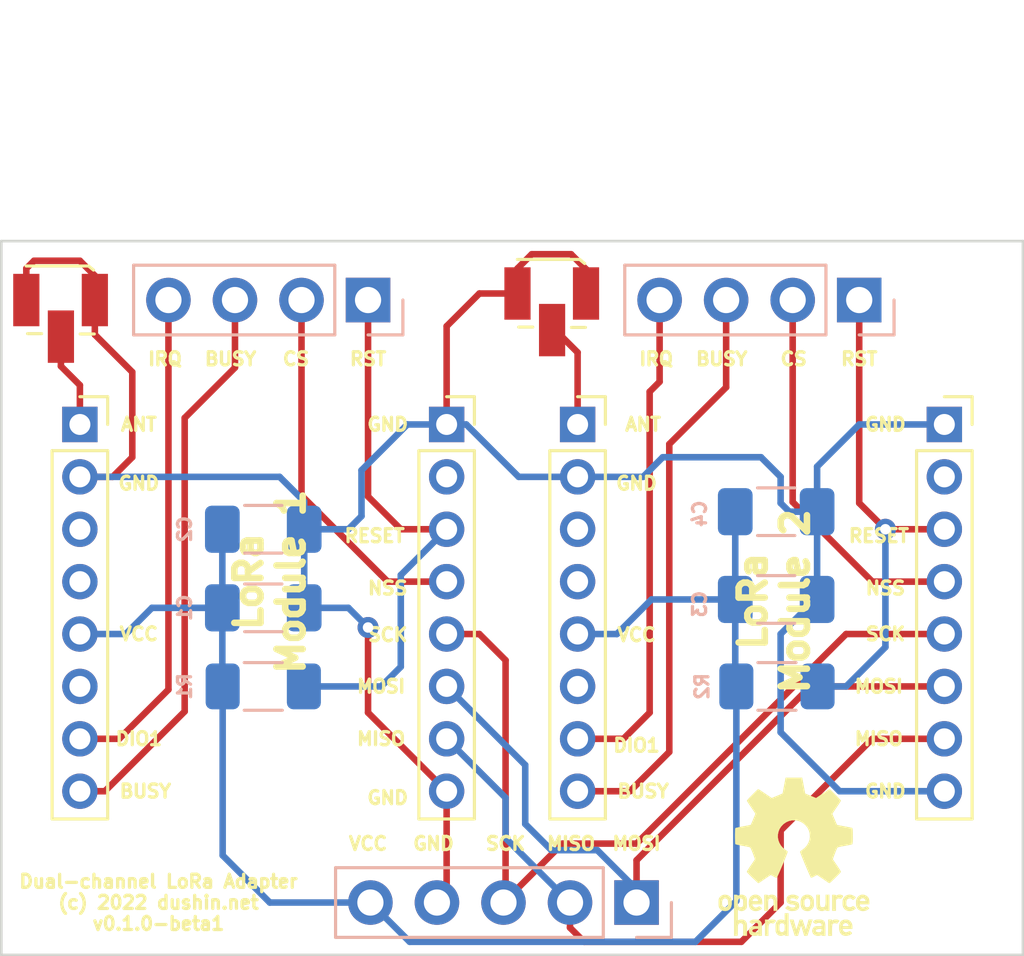
<source format=kicad_pcb>
(kicad_pcb (version 20211014) (generator pcbnew)
  (layers (0 "F.Cu" signal) (31 "B.Cu" signal) (34 "B.Paste" user) (35 "F.Paste" user) (36 "B.SilkS" user "B.Silkscreen") (37 "F.SilkS" user "F.Silkscreen") (38 "B.Mask" user) (39 "F.Mask" user) (44 "Edge.Cuts" user))
  (net 0 "")
  (net 1 "/VCC")
  (net 2 "/GND")
  (net 3 "/ANT1")
  (net 7 "/IRQ1")
  (net 8 "/BUSY1")
  (net 10 "/RESET1")
  (net 11 "/CS1")
  (net 12 "/SCK")
  (net 13 "/MOSI")
  (net 14 "/MISO")
  (net 15 "/ANT2")
  (net 19 "/BUSY2")
  (net 21 "/RESET2")
  (net 22 "/CS2")
  (net 23 "/IRQ2")
  (footprint "Connector_PinSocket_2.00mm:PinSocket_1x08_P2.00mm_Vertical" (layer "F.Cu") (at 142 70)
    (fp_text reference "J5" hide)
    (fp_text value "Conn_01x08_Female" hide)
    (pad "1" thru_hole rect (at 0 0) (size 1.35 1.35) (drill 0.8) (layers *.Cu *.Mask) (net 15 "/ANT2"))
    (pad "2" thru_hole oval (at 0 2) (size 1.35 1.35) (drill 0.8) (layers *.Cu *.Mask) (net 2 "/GND"))
    (pad "3" thru_hole oval (at 0 4) (size 1.35 1.35) (drill 0.8) (layers *.Cu *.Mask))
    (pad "4" thru_hole oval (at 0 6) (size 1.35 1.35) (drill 0.8) (layers *.Cu *.Mask))
    (pad "5" thru_hole oval (at 0 8) (size 1.35 1.35) (drill 0.8) (layers *.Cu *.Mask) (net 1 "/VCC"))
    (pad "6" thru_hole oval (at 0 10) (size 1.35 1.35) (drill 0.8) (layers *.Cu *.Mask))
    (pad "7" thru_hole oval (at 0 12) (size 1.35 1.35) (drill 0.8) (layers *.Cu *.Mask) (net 23 "/IRQ2"))
    (pad "8" thru_hole oval (at 0 14) (size 1.35 1.35) (drill 0.8) (layers *.Cu *.Mask) (net 19 "/BUSY2"))
  )
  (footprint "Connector_PinSocket_2.00mm:PinSocket_1x08_P2.00mm_Vertical" (layer "F.Cu") (at 137 70)
    (fp_text reference "J2" hide)
    (fp_text value "Conn_01x08_Female" hide)
    (pad "1" thru_hole rect (at 0 0) (size 1.35 1.35) (drill 0.8) (layers *.Cu *.Mask) (net 2 "/GND"))
    (pad "2" thru_hole oval (at 0 2) (size 1.35 1.35) (drill 0.8) (layers *.Cu *.Mask))
    (pad "3" thru_hole oval (at 0 4) (size 1.35 1.35) (drill 0.8) (layers *.Cu *.Mask) (net 10 "/RESET1"))
    (pad "4" thru_hole oval (at 0 6) (size 1.35 1.35) (drill 0.8) (layers *.Cu *.Mask) (net 11 "/CS1"))
    (pad "5" thru_hole oval (at 0 8) (size 1.35 1.35) (drill 0.8) (layers *.Cu *.Mask) (net 12 "/SCK"))
    (pad "6" thru_hole oval (at 0 10) (size 1.35 1.35) (drill 0.8) (layers *.Cu *.Mask) (net 13 "/MOSI"))
    (pad "7" thru_hole oval (at 0 12) (size 1.35 1.35) (drill 0.8) (layers *.Cu *.Mask) (net 14 "/MISO"))
    (pad "8" thru_hole oval (at 0 14) (size 1.35 1.35) (drill 0.8) (layers *.Cu *.Mask) (net 2 "/GND"))
  )
  (footprint "Symbol:OSHW-Logo_5.7x6mm_SilkScreen" (layer "F.Cu") (at 150.25 86.5)
    (fp_text reference "REF**" hide)
    (fp_text value "OSHW-Logo_5.7x6mm_SilkScreen" hide)
  )
  (footprint "0xFD:IPEX_Antenna_Connector" (layer "F.Cu") (at 122.25 65.25 180)
    (fp_text reference "J3" hide)
    (fp_text value "Conn_01x02_Female" hide)
    (pad "1" smd rect locked (at 1.2954 0 180) (size 1 2) (layers "F.Cu" "F.Paste" "F.Mask") (net 2 "/GND"))
    (pad "1" smd rect locked (at -1.3208 0 90) (size 2 1) (layers "F.Cu" "F.Paste" "F.Mask") (net 2 "/GND"))
    (pad "2" smd rect locked (at -0.0254 -1.397 90) (size 2 1) (layers "F.Cu" "F.Paste" "F.Mask") (net 3 "/ANT1"))
  )
  (footprint "Connector_PinSocket_2.00mm:PinSocket_1x08_P2.00mm_Vertical" (layer "F.Cu") (at 123 70)
    (fp_text reference "J1" hide)
    (fp_text value "Conn_01x08_Female" hide)
    (pad "1" thru_hole rect (at 0 0) (size 1.35 1.35) (drill 0.8) (layers *.Cu *.Mask) (net 3 "/ANT1"))
    (pad "2" thru_hole oval (at 0 2) (size 1.35 1.35) (drill 0.8) (layers *.Cu *.Mask) (net 2 "/GND"))
    (pad "3" thru_hole oval (at 0 4) (size 1.35 1.35) (drill 0.8) (layers *.Cu *.Mask))
    (pad "4" thru_hole oval (at 0 6) (size 1.35 1.35) (drill 0.8) (layers *.Cu *.Mask))
    (pad "5" thru_hole oval (at 0 8) (size 1.35 1.35) (drill 0.8) (layers *.Cu *.Mask) (net 1 "/VCC"))
    (pad "6" thru_hole oval (at 0 10) (size 1.35 1.35) (drill 0.8) (layers *.Cu *.Mask))
    (pad "7" thru_hole oval (at 0 12) (size 1.35 1.35) (drill 0.8) (layers *.Cu *.Mask) (net 7 "/IRQ1"))
    (pad "8" thru_hole oval (at 0 14) (size 1.35 1.35) (drill 0.8) (layers *.Cu *.Mask) (net 8 "/BUSY1"))
  )
  (footprint "0xFD:IPEX_Antenna_Connector" (layer "F.Cu") (at 141 65 180)
    (fp_text reference "J7" hide)
    (fp_text value "Conn_01x02_Female" hide)
    (pad "1" smd rect locked (at -1.3208 0 90) (size 2 1) (layers "F.Cu" "F.Paste" "F.Mask") (net 2 "/GND"))
    (pad "1" smd rect locked (at 1.2954 0 180) (size 1 2) (layers "F.Cu" "F.Paste" "F.Mask") (net 2 "/GND"))
    (pad "2" smd rect locked (at -0.0254 -1.397 90) (size 2 1) (layers "F.Cu" "F.Paste" "F.Mask") (net 15 "/ANT2"))
  )
  (footprint "Connector_PinSocket_2.00mm:PinSocket_1x08_P2.00mm_Vertical" (layer "F.Cu") (at 156 70)
    (fp_text reference "J6" hide)
    (fp_text value "Conn_01x08_Female" hide)
    (pad "1" thru_hole rect (at 0 0) (size 1.35 1.35) (drill 0.8) (layers *.Cu *.Mask) (net 2 "/GND"))
    (pad "2" thru_hole oval (at 0 2) (size 1.35 1.35) (drill 0.8) (layers *.Cu *.Mask))
    (pad "3" thru_hole oval (at 0 4) (size 1.35 1.35) (drill 0.8) (layers *.Cu *.Mask) (net 21 "/RESET2"))
    (pad "4" thru_hole oval (at 0 6) (size 1.35 1.35) (drill 0.8) (layers *.Cu *.Mask) (net 22 "/CS2"))
    (pad "5" thru_hole oval (at 0 8) (size 1.35 1.35) (drill 0.8) (layers *.Cu *.Mask) (net 12 "/SCK"))
    (pad "6" thru_hole oval (at 0 10) (size 1.35 1.35) (drill 0.8) (layers *.Cu *.Mask) (net 13 "/MOSI"))
    (pad "7" thru_hole oval (at 0 12) (size 1.35 1.35) (drill 0.8) (layers *.Cu *.Mask) (net 14 "/MISO"))
    (pad "8" thru_hole oval (at 0 14) (size 1.35 1.35) (drill 0.8) (layers *.Cu *.Mask) (net 2 "/GND"))
  )
  (footprint "Capacitor_SMD:C_1206_3216Metric_Pad1.33x1.80mm_HandSolder" (layer "B.Cu") (at 149.58 73.33)
    (fp_text reference "C4" (at -2.92 0.08 90) (layer "B.SilkS") (effects (font (size 0.5 0.5) (thickness 0.125)) (justify mirror)))
    (fp_text value "10uF" hide)
    (pad "1" smd roundrect (at -1.5625 0) (size 1.325 1.8) (layers "B.Cu" "B.Paste" "B.Mask") (roundrect_rratio 0.1886792453) (net 1 "/VCC"))
    (pad "2" smd roundrect (at 1.5625 0) (size 1.325 1.8) (layers "B.Cu" "B.Paste" "B.Mask") (roundrect_rratio 0.1886792453) (net 2 "/GND"))
  )
  (footprint "Capacitor_SMD:C_1206_3216Metric_Pad1.33x1.80mm_HandSolder" (layer "B.Cu") (at 149.58 76.68)
    (fp_text reference "C3" (at -2.92 0.18 90) (layer "B.SilkS") (effects (font (size 0.5 0.5) (thickness 0.125)) (justify mirror)))
    (fp_text value "100nF" hide)
    (pad "1" smd roundrect (at -1.5625 0) (size 1.325 1.8) (layers "B.Cu" "B.Paste" "B.Mask") (roundrect_rratio 0.1886792453) (net 1 "/VCC"))
    (pad "2" smd roundrect (at 1.5625 0) (size 1.325 1.8) (layers "B.Cu" "B.Paste" "B.Mask") (roundrect_rratio 0.1886792453) (net 2 "/GND"))
  )
  (footprint "Resistor_SMD:R_1206_3216Metric_Pad1.30x1.75mm_HandSolder" (layer "B.Cu") (at 149.61 80 180)
    (fp_text reference "R2" (at 2.86 0 90) (layer "B.SilkS") (effects (font (size 0.5 0.5) (thickness 0.125)) (justify mirror)))
    (fp_text value "10k" hide)
    (pad "1" smd roundrect (at -1.55 0 180) (size 1.3 1.75) (layers "B.Cu" "B.Paste" "B.Mask") (roundrect_rratio 0.1923076923) (net 21 "/RESET2"))
    (pad "2" smd roundrect (at 1.55 0 180) (size 1.3 1.75) (layers "B.Cu" "B.Paste" "B.Mask") (roundrect_rratio 0.1923076923) (net 1 "/VCC"))
  )
  (footprint "Resistor_SMD:R_1206_3216Metric_Pad1.30x1.75mm_HandSolder" (layer "B.Cu") (at 130 80 180)
    (fp_text reference "R1" (at 3 0 90) (layer "B.SilkS") (effects (font (size 0.5 0.5) (thickness 0.125)) (justify mirror)))
    (fp_text value "10k" hide)
    (pad "1" smd roundrect (at -1.55 0 180) (size 1.3 1.75) (layers "B.Cu" "B.Paste" "B.Mask") (roundrect_rratio 0.1923076923) (net 10 "/RESET1"))
    (pad "2" smd roundrect (at 1.55 0 180) (size 1.3 1.75) (layers "B.Cu" "B.Paste" "B.Mask") (roundrect_rratio 0.1923076923) (net 1 "/VCC"))
  )
  (footprint "Capacitor_SMD:C_1206_3216Metric_Pad1.33x1.80mm_HandSolder" (layer "B.Cu") (at 130 74)
    (fp_text reference "C2" (at -3 0 90) (layer "B.SilkS") (effects (font (size 0.5 0.5) (thickness 0.125)) (justify mirror)))
    (fp_text value "10uF" hide)
    (pad "1" smd roundrect (at -1.5625 0) (size 1.325 1.8) (layers "B.Cu" "B.Paste" "B.Mask") (roundrect_rratio 0.1886792453) (net 1 "/VCC"))
    (pad "2" smd roundrect (at 1.5625 0) (size 1.325 1.8) (layers "B.Cu" "B.Paste" "B.Mask") (roundrect_rratio 0.1886792453) (net 2 "/GND"))
  )
  (footprint "Connector_PinHeader_2.54mm:PinHeader_1x05_P2.54mm_Vertical" (layer "B.Cu") (at 144.25 88.25 90)
    (fp_text reference "J9" hide)
    (fp_text value "Conn_01x05_Male" hide)
    (pad "1" thru_hole rect (at 0 0 90) (size 1.7 1.7) (drill 1) (layers *.Cu *.Mask) (net 13 "/MOSI"))
    (pad "2" thru_hole oval (at 0 -2.54 90) (size 1.7 1.7) (drill 1) (layers *.Cu *.Mask) (net 14 "/MISO"))
    (pad "3" thru_hole oval (at 0 -5.08 90) (size 1.7 1.7) (drill 1) (layers *.Cu *.Mask) (net 12 "/SCK"))
    (pad "4" thru_hole oval (at 0 -7.62 90) (size 1.7 1.7) (drill 1) (layers *.Cu *.Mask) (net 2 "/GND"))
    (pad "5" thru_hole oval (at 0 -10.16 90) (size 1.7 1.7) (drill 1) (layers *.Cu *.Mask) (net 1 "/VCC"))
  )
  (footprint "Connector_PinHeader_2.54mm:PinHeader_1x04_P2.54mm_Vertical" (layer "B.Cu") (at 152.75 65.25 90)
    (fp_text reference "J8" hide)
    (fp_text value "Conn_01x04_Male" hide)
    (pad "1" thru_hole rect (at 0 0 90) (size 1.7 1.7) (drill 1) (layers *.Cu *.Mask) (net 21 "/RESET2"))
    (pad "2" thru_hole oval (at 0 -2.54 90) (size 1.7 1.7) (drill 1) (layers *.Cu *.Mask) (net 22 "/CS2"))
    (pad "3" thru_hole oval (at 0 -5.08 90) (size 1.7 1.7) (drill 1) (layers *.Cu *.Mask) (net 19 "/BUSY2"))
    (pad "4" thru_hole oval (at 0 -7.62 90) (size 1.7 1.7) (drill 1) (layers *.Cu *.Mask) (net 23 "/IRQ2"))
  )
  (footprint "Connector_PinHeader_2.54mm:PinHeader_1x04_P2.54mm_Vertical" (layer "B.Cu") (at 134 65.25 90)
    (fp_text reference "J4" hide)
    (fp_text value "Conn_01x04_Male" hide)
    (pad "1" thru_hole rect (at 0 0 90) (size 1.7 1.7) (drill 1) (layers *.Cu *.Mask) (net 10 "/RESET1"))
    (pad "2" thru_hole oval (at 0 -2.54 90) (size 1.7 1.7) (drill 1) (layers *.Cu *.Mask) (net 11 "/CS1"))
    (pad "3" thru_hole oval (at 0 -5.08 90) (size 1.7 1.7) (drill 1) (layers *.Cu *.Mask) (net 8 "/BUSY1"))
    (pad "4" thru_hole oval (at 0 -7.62 90) (size 1.7 1.7) (drill 1) (layers *.Cu *.Mask) (net 7 "/IRQ1"))
  )
  (footprint "Capacitor_SMD:C_1206_3216Metric_Pad1.33x1.80mm_HandSolder" (layer "B.Cu") (at 130 77)
    (fp_text reference "C1" (at -3 0 90) (layer "B.SilkS") (effects (font (size 0.5 0.5) (thickness 0.125)) (justify mirror)))
    (fp_text value "100nF" hide)
    (pad "1" smd roundrect (at -1.5625 0) (size 1.325 1.8) (layers "B.Cu" "B.Paste" "B.Mask") (roundrect_rratio 0.1886792453) (net 1 "/VCC"))
    (pad "2" smd roundrect (at 1.5625 0) (size 1.325 1.8) (layers "B.Cu" "B.Paste" "B.Mask") (roundrect_rratio 0.1886792453) (net 2 "/GND"))
  )
  (gr_line (start 120 90.25) (end 159 90.25) (layer "Edge.Cuts") (width 0.1))
  (gr_line (start 159 90.25) (end 159 63) (layer "Edge.Cuts") (width 0.1))
  (gr_line (start 120 63) (end 120 90.25) (layer "Edge.Cuts") (width 0.1))
  (gr_line (start 159 63) (end 120 63) (layer "Edge.Cuts") (width 0.1))
  (gr_text "LoRa\nModule 1" (at 130.25 76 90) (layer "F.SilkS") (effects (font (size 1 1) (thickness 0.25))))
  (gr_text "DIO1" (at 144.25 82.25) (layer "F.SilkS") (effects (font (size 0.5 0.5) (thickness 0.125))))
  (gr_text "GND" (at 134.75 70) (layer "F.SilkS") (effects (font (size 0.5 0.5) (thickness 0.125))))
  (gr_text "MISO" (at 153.5 82) (layer "F.SilkS") (effects (font (size 0.5 0.5) (thickness 0.125))))
  (gr_text "GND" (at 134.75 84.25) (layer "F.SilkS") (effects (font (size 0.5 0.5) (thickness 0.125))))
  (gr_text "RST" (at 152.75 67.5) (layer "F.SilkS") (effects (font (size 0.5 0.5) (thickness 0.125))))
  (gr_text "VCC" (at 134 86) (layer "F.SilkS") (effects (font (size 0.5 0.5) (thickness 0.125))))
  (gr_text "SCK" (at 139.25 86) (layer "F.SilkS") (effects (font (size 0.5 0.5) (thickness 0.125))))
  (gr_text "MOSI" (at 134.5 80) (layer "F.SilkS") (effects (font (size 0.5 0.5) (thickness 0.125))))
  (gr_text "CS" (at 131.25 67.5) (layer "F.SilkS") (effects (font (size 0.5 0.5) (thickness 0.125))))
  (gr_text "BUSY" (at 128.75 67.5) (layer "F.SilkS") (effects (font (size 0.5 0.5) (thickness 0.125))))
  (gr_text "GND" (at 144.25 72.25) (layer "F.SilkS") (effects (font (size 0.5 0.5) (thickness 0.125))))
  (gr_text "IRQ" (at 126.25 67.5) (layer "F.SilkS") (effects (font (size 0.5 0.5) (thickness 0.125))))
  (gr_text "MISO" (at 141.75 86) (layer "F.SilkS") (effects (font (size 0.5 0.5) (thickness 0.125))))
  (gr_text "GND" (at 153.75 70) (layer "F.SilkS") (effects (font (size 0.5 0.5) (thickness 0.125))))
  (gr_text "VCC" (at 125.25 78) (layer "F.SilkS") (effects (font (size 0.5 0.5) (thickness 0.125))))
  (gr_text "ANT" (at 125.25 70) (layer "F.SilkS") (effects (font (size 0.5 0.5) (thickness 0.125))))
  (gr_text "Dual-channel LoRa Adapter\n(c) 2022 dushin.net\nv0.1.0-beta1" (at 126 88.25) (layer "F.SilkS") (effects (font (size 0.5 0.5) (thickness 0.125))))
  (gr_text "RESET" (at 134.25 74.25) (layer "F.SilkS") (effects (font (size 0.5 0.5) (thickness 0.125))))
  (gr_text "VCC" (at 144.25 78.03) (layer "F.SilkS") (effects (font (size 0.5 0.5) (thickness 0.125))))
  (gr_text "BUSY" (at 144.5 84) (layer "F.SilkS") (effects (font (size 0.5 0.5) (thickness 0.125))))
  (gr_text "NSS" (at 134.75 76.25) (layer "F.SilkS") (effects (font (size 0.5 0.5) (thickness 0.125))))
  (gr_text "GND" (at 136.5 86) (layer "F.SilkS") (effects (font (size 0.5 0.5) (thickness 0.125))))
  (gr_text "MOSI" (at 144.25 86) (layer "F.SilkS") (effects (font (size 0.5 0.5) (thickness 0.125))))
  (gr_text "MOSI" (at 153.5 80) (layer "F.SilkS") (effects (font (size 0.5 0.5) (thickness 0.125))))
  (gr_text "RESET" (at 153.5 74.25) (layer "F.SilkS") (effects (font (size 0.5 0.5) (thickness 0.125))))
  (gr_text "BUSY" (at 125.5 84) (layer "F.SilkS") (effects (font (size 0.5 0.5) (thickness 0.125))))
  (gr_text "NSS" (at 153.75 76.25) (layer "F.SilkS") (effects (font (size 0.5 0.5) (thickness 0.125))))
  (gr_text "SCK" (at 134.75 78.03) (layer "F.SilkS") (effects (font (size 0.5 0.5) (thickness 0.125))))
  (gr_text "GND" (at 125.25 72.25) (layer "F.SilkS") (effects (font (size 0.5 0.5) (thickness 0.125))))
  (gr_text "SCK" (at 153.75 78) (layer "F.SilkS") (effects (font (size 0.5 0.5) (thickness 0.125))))
  (gr_text "LoRa\nModule 2" (at 149.5 76.75 90) (layer "F.SilkS") (effects (font (size 1 1) (thickness 0.25))))
  (gr_text "MISO" (at 134.5 82) (layer "F.SilkS") (effects (font (size 0.5 0.5) (thickness 0.125))))
  (gr_text "CS" (at 150.25 67.5) (layer "F.SilkS") (effects (font (size 0.5 0.5) (thickness 0.125))))
  (gr_text "GND" (at 153.75 84) (layer "F.SilkS") (effects (font (size 0.5 0.5) (thickness 0.125))))
  (gr_text "IRQ" (at 145 67.5) (layer "F.SilkS") (effects (font (size 0.5 0.5) (thickness 0.125))))
  (gr_text "ANT" (at 144.5 70) (layer "F.SilkS") (effects (font (size 0.5 0.5) (thickness 0.125))))
  (gr_text "BUSY" (at 147.5 67.5) (layer "F.SilkS") (effects (font (size 0.5 0.5) (thickness 0.125))))
  (gr_text "DIO1" (at 125.25 82) (layer "F.SilkS") (effects (font (size 0.5 0.5) (thickness 0.125))))
  (gr_text "RST" (at 134 67.5) (layer "F.SilkS") (effects (font (size 0.5 0.5) (thickness 0.125))))
  (segment (start 128.45 80) (end 128.45 86.45) (width 0.25) (layer "B.Cu") (net 1))
  (segment (start 146.5 89.75) (end 148.06 88.19) (width 0.25) (layer "B.Cu") (net 1))
  (segment (start 144.82 76.68) (end 148.0175 76.68) (width 0.25) (layer "B.Cu") (net 1))
  (segment (start 135.59 89.75) (end 146.5 89.75) (width 0.25) (layer "B.Cu") (net 1))
  (segment (start 125.75 77) (end 128.4375 77) (width 0.25) (layer "B.Cu") (net 1))
  (segment (start 148.06 88.19) (end 148.06 80) (width 0.25) (layer "B.Cu") (net 1))
  (segment (start 142 78) (end 143.5 78) (width 0.25) (layer "B.Cu") (net 1))
  (segment (start 128.45 86.45) (end 130.25 88.25) (width 0.25) (layer "B.Cu") (net 1))
  (segment (start 148.0175 73.33) (end 148.0175 79.9575) (width 0.25) (layer "B.Cu") (net 1))
  (segment (start 143.5 78) (end 144.82 76.68) (width 0.25) (layer "B.Cu") (net 1))
  (segment (start 134.09 88.25) (end 135.59 89.75) (width 0.25) (layer "B.Cu") (net 1))
  (segment (start 148.0175 79.9575) (end 148.06 80) (width 0.25) (layer "B.Cu") (net 1))
  (segment (start 124.75 78) (end 125.75 77) (width 0.25) (layer "B.Cu") (net 1))
  (segment (start 128.4375 79.9875) (end 128.45 80) (width 0.25) (layer "B.Cu") (net 1))
  (segment (start 130.25 88.25) (end 134.09 88.25) (width 0.25) (layer "B.Cu") (net 1))
  (segment (start 123 78) (end 124.75 78) (width 0.25) (layer "B.Cu") (net 1))
  (segment (start 128.4375 74) (end 128.4375 79.9875) (width 0.25) (layer "B.Cu") (net 1))
  (segment (start 123.5708 64.3208) (end 123.5708 65.25) (width 0.25) (layer "F.Cu") (net 2))
  (segment (start 139.7046 64.0454) (end 140.25 63.5) (width 0.25) (layer "F.Cu") (net 2))
  (segment (start 137 87.88) (end 136.63 88.25) (width 0.25) (layer "F.Cu") (net 2))
  (segment (start 134 81) (end 137 84) (width 0.25) (layer "F.Cu") (net 2))
  (segment (start 137 70) (end 137 66.25) (width 0.25) (layer "F.Cu") (net 2))
  (segment (start 123 63.75) (end 123.5708 64.3208) (width 0.25) (layer "F.Cu") (net 2))
  (segment (start 121.25 63.75) (end 123 63.75) (width 0.25) (layer "F.Cu") (net 2))
  (segment (start 134 81) (end 134 77.75) (width 0.25) (layer "F.Cu") (net 2))
  (segment (start 137 84) (end 137 87.88) (width 0.25) (layer "F.Cu") (net 2))
  (segment (start 120.9546 65.25) (end 120.9546 64.0454) (width 0.25) (layer "F.Cu") (net 2))
  (segment (start 123.5708 66.5708) (end 125 68) (width 0.25) (layer "F.Cu") (net 2))
  (segment (start 124.25 72) (end 123 72) (width 0.25) (layer "F.Cu") (net 2))
  (segment (start 138.25 65) (end 139.7046 65) (width 0.25) (layer "F.Cu") (net 2))
  (segment (start 139.7046 65) (end 139.7046 64.0454) (width 0.25) (layer "F.Cu") (net 2))
  (segment (start 125 71.25) (end 124.25 72) (width 0.25) (layer "F.Cu") (net 2))
  (segment (start 142.3208 64.0708) (end 142.3208 65) (width 0.25) (layer "F.Cu") (net 2))
  (segment (start 125 68) (end 125 71.25) (width 0.25) (layer "F.Cu") (net 2))
  (segment (start 123.5708 65.25) (end 123.5708 66.5708) (width 0.25) (layer "F.Cu") (net 2))
  (segment (start 137 66.25) (end 138.25 65) (width 0.25) (layer "F.Cu") (net 2))
  (segment (start 120.9546 64.0454) (end 121.25 63.75) (width 0.25) (layer "F.Cu") (net 2))
  (segment (start 140.25 63.5) (end 141.75 63.5) (width 0.25) (layer "F.Cu") (net 2))
  (segment (start 141.75 63.5) (end 142.3208 64.0708) (width 0.25) (layer "F.Cu") (net 2))
  (via (at 134 77.75) (size 0.8) (drill 0.4) (layers "F.Cu" "B.Cu") (net 2))
  (segment (start 149.75 72) (end 149.75 73) (width 0.25) (layer "B.Cu") (net 2))
  (segment (start 142 72) (end 144.5 72) (width 0.25) (layer "B.Cu") (net 2))
  (segment (start 137.75 70) (end 139.75 72) (width 0.25) (layer "B.Cu") (net 2))
  (segment (start 139.75 72) (end 142 72) (width 0.25) (layer "B.Cu") (net 2))
  (segment (start 135.5 70) (end 133.75 71.75) (width 0.25) (layer "B.Cu") (net 2))
  (segment (start 123 72) (end 130.625 72) (width 0.25) (layer "B.Cu") (net 2))
  (segment (start 149.75 81.75) (end 152 84) (width 0.25) (layer "B.Cu") (net 2))
  (segment (start 151.1425 76.68) (end 151.07 76.68) (width 0.25) (layer "B.Cu") (net 2))
  (segment (start 133.75 73.5) (end 133.25 74) (width 0.25) (layer "B.Cu") (net 2))
  (segment (start 149 71.25) (end 149.75 72) (width 0.25) (layer "B.Cu") (net 2))
  (segment (start 133.25 74) (end 131.5625 74) (width 0.25) (layer "B.Cu") (net 2))
  (segment (start 130.625 72) (end 131.5625 72.9375) (width 0.25) (layer "B.Cu") (net 2))
  (segment (start 131.5625 77) (end 133.25 77) (width 0.25) (layer "B.Cu") (net 2))
  (segment (start 149.75 73) (end 150.08 73.33) (width 0.25) (layer "B.Cu") (net 2))
  (segment (start 152.75 70) (end 151.1425 71.6075) (width 0.25) (layer "B.Cu") (net 2))
  (segment (start 151.1425 71.6075) (end 151.1425 76.68) (width 0.25) (layer "B.Cu") (net 2))
  (segment (start 156 70) (end 152.75 70) (width 0.25) (layer "B.Cu") (net 2))
  (segment (start 137 70) (end 135.5 70) (width 0.25) (layer "B.Cu") (net 2))
  (segment (start 149.75 78) (end 149.75 81.75) (width 0.25) (layer "B.Cu") (net 2))
  (segment (start 131.5625 74) (end 132 74) (width 0.25) (layer "B.Cu") (net 2))
  (segment (start 151.1425 76.68) (end 151.18 76.68) (width 0.25) (layer "B.Cu") (net 2))
  (segment (start 133.25 77) (end 134 77.75) (width 0.25) (layer "B.Cu") (net 2))
  (segment (start 152 84) (end 156 84) (width 0.25) (layer "B.Cu") (net 2))
  (segment (start 131.5625 74) (end 131.5625 72.9375) (width 0.25) (layer "B.Cu") (net 2))
  (segment (start 133.75 71.75) (end 133.75 73.5) (width 0.25) (layer "B.Cu") (net 2))
  (segment (start 151.07 76.68) (end 149.75 78) (width 0.25) (layer "B.Cu") (net 2))
  (segment (start 150.08 73.33) (end 151.1425 73.33) (width 0.25) (layer "B.Cu") (net 2))
  (segment (start 145.25 71.25) (end 149 71.25) (width 0.25) (layer "B.Cu") (net 2))
  (segment (start 144.5 72) (end 145.25 71.25) (width 0.25) (layer "B.Cu") (net 2))
  (segment (start 137 70) (end 137.75 70) (width 0.25) (layer "B.Cu") (net 2))
  (segment (start 131.5625 74) (end 131.5625 77) (width 0.25) (layer "B.Cu") (net 2))
  (segment (start 122.2754 67.7754) (end 123 68.5) (width 0.25) (layer "F.Cu") (net 3))
  (segment (start 123 68.5) (end 123 70) (width 0.25) (layer "F.Cu") (net 3))
  (segment (start 122.2754 66.647) (end 122.2754 67.7754) (width 0.25) (layer "F.Cu") (net 3))
  (segment (start 126.38 65.25) (end 126.38 80.12) (width 0.25) (layer "F.Cu") (net 7))
  (segment (start 126.38 80.12) (end 124.5 82) (width 0.25) (layer "F.Cu") (net 7))
  (segment (start 124.5 82) (end 123 82) (width 0.25) (layer "F.Cu") (net 7))
  (segment (start 123.954594 84) (end 123 84) (width 0.25) (layer "F.Cu") (net 8))
  (segment (start 128.92 67.83) (end 127 69.75) (width 0.25) (layer "F.Cu") (net 8))
  (segment (start 127 69.75) (end 127 80.954594) (width 0.25) (layer "F.Cu") (net 8))
  (segment (start 127 80.954594) (end 123.954594 84) (width 0.25) (layer "F.Cu") (net 8))
  (segment (start 128.92 65.25) (end 128.92 67.83) (width 0.25) (layer "F.Cu") (net 8))
  (segment (start 134 65.25) (end 134 72.75) (width 0.25) (layer "F.Cu") (net 10))
  (segment (start 134 72.75) (end 135.25 74) (width 0.25) (layer "F.Cu") (net 10))
  (segment (start 135.25 74) (end 137 74) (width 0.25) (layer "F.Cu") (net 10))
  (segment (start 135.25 75.75) (end 137 74) (width 0.25) (layer "B.Cu") (net 10))
  (segment (start 135.25 79.25) (end 135.25 75.75) (width 0.25) (layer "B.Cu") (net 10))
  (segment (start 131.55 80) (end 134.5 80) (width 0.25) (layer "B.Cu") (net 10))
  (segment (start 134.5 80) (end 135.25 79.25) (width 0.25) (layer "B.Cu") (net 10))
  (segment (start 131.46 72.71) (end 134.75 76) (width 0.25) (layer "F.Cu") (net 11))
  (segment (start 134.75 76) (end 137 76) (width 0.25) (layer "F.Cu") (net 11))
  (segment (start 131.46 65.25) (end 131.46 72.71) (width 0.25) (layer "F.Cu") (net 11))
  (segment (start 139.25 79) (end 139.25 88.17) (width 0.25) (layer "F.Cu") (net 12))
  (segment (start 144.25 86) (end 152.25 78) (width 0.25) (layer "F.Cu") (net 12))
  (segment (start 141.42 86) (end 144.25 86) (width 0.25) (layer "F.Cu") (net 12))
  (segment (start 139.25 88.17) (end 139.17 88.25) (width 0.25) (layer "F.Cu") (net 12))
  (segment (start 137 78) (end 138.25 78) (width 0.25) (layer "F.Cu") (net 12))
  (segment (start 138.25 78) (end 139.25 79) (width 0.25) (layer "F.Cu") (net 12))
  (segment (start 139.17 88.25) (end 141.42 86) (width 0.25) (layer "F.Cu") (net 12))
  (segment (start 152.25 78) (end 156 78) (width 0.25) (layer "F.Cu") (net 12))
  (segment (start 156 80) (end 150.885718 80) (width 0.25) (layer "F.Cu") (net 13))
  (segment (start 144.25 86.635718) (end 144.25 88.25) (width 0.25) (layer "F.Cu") (net 13))
  (segment (start 150.885718 80) (end 144.25 86.635718) (width 0.25) (layer "F.Cu") (net 13))
  (segment (start 142.75 86.25) (end 144.25 87.75) (width 0.25) (layer "B.Cu") (net 13))
  (segment (start 144.25 87.75) (end 144.25 88.25) (width 0.25) (layer "B.Cu") (net 13))
  (segment (start 141 86.25) (end 142.75 86.25) (width 0.25) (layer "B.Cu") (net 13))
  (segment (start 140 83) (end 140 85.25) (width 0.25) (layer "B.Cu") (net 13))
  (segment (start 137 80) (end 140 83) (width 0.25) (layer "B.Cu") (net 13))
  (segment (start 140 85.25) (end 141 86.25) (width 0.25) (layer "B.Cu") (net 13))
  (segment (start 142.25 89.75) (end 141.71 89.21) (width 0.25) (layer "F.Cu") (net 14))
  (segment (start 149.75 85.5) (end 149.75 88.25) (width 0.25) (layer "F.Cu") (net 14))
  (segment (start 156 82) (end 153.25 82) (width 0.25) (layer "F.Cu") (net 14))
  (segment (start 141.71 89.21) (end 141.71 88.25) (width 0.25) (layer "F.Cu") (net 14))
  (segment (start 149.75 88.25) (end 148.25 89.75) (width 0.25) (layer "F.Cu") (net 14))
  (segment (start 153.25 82) (end 149.75 85.5) (width 0.25) (layer "F.Cu") (net 14))
  (segment (start 148.25 89.75) (end 142.25 89.75) (width 0.25) (layer "F.Cu") (net 14))
  (segment (start 139.25 84.25) (end 139.25 85.79) (width 0.25) (layer "B.Cu") (net 14))
  (segment (start 137 82) (end 139.25 84.25) (width 0.25) (layer "B.Cu") (net 14))
  (segment (start 139.25 85.79) (end 141.71 88.25) (width 0.25) (layer "B.Cu") (net 14))
  (segment (start 141.0254 66.397) (end 141.147 66.397) (width 0.25) (layer "F.Cu") (net 15))
  (segment (start 141.147 66.397) (end 142 67.25) (width 0.25) (layer "F.Cu") (net 15))
  (segment (start 142 67.25) (end 142 70) (width 0.25) (layer "F.Cu") (net 15))
  (segment (start 147.67 65.25) (end 147.67 68.58) (width 0.25) (layer "F.Cu") (net 19))
  (segment (start 147.67 68.58) (end 145.5 70.75) (width 0.25) (layer "F.Cu") (net 19))
  (segment (start 145.5 82.5) (end 144 84) (width 0.25) (layer "F.Cu") (net 19))
  (segment (start 144 84) (end 142 84) (width 0.25) (layer "F.Cu") (net 19))
  (segment (start 145.5 70.75) (end 145.5 82.5) (width 0.25) (layer "F.Cu") (net 19))
  (segment (start 153.75 74) (end 156 74) (width 0.25) (layer "F.Cu") (net 21))
  (segment (start 152.75 73) (end 153.75 74) (width 0.25) (layer "F.Cu") (net 21))
  (segment (start 152.75 65.25) (end 152.75 73) (width 0.25) (layer "F.Cu") (net 21))
  (via (at 153.75 74) (size 0.8) (drill 0.4) (layers "F.Cu" "B.Cu") (net 21))
  (segment (start 152.25 80) (end 153.75 78.5) (width 0.25) (layer "B.Cu") (net 21))
  (segment (start 153.75 78.5) (end 153.75 74) (width 0.25) (layer "B.Cu") (net 21))
  (segment (start 151.16 80) (end 152.25 80) (width 0.25) (layer "B.Cu") (net 21))
  (segment (start 150.21 72.96) (end 153.25 76) (width 0.25) (layer "F.Cu") (net 22))
  (segment (start 153.25 76) (end 156 76) (width 0.25) (layer "F.Cu") (net 22))
  (segment (start 150.21 65.25) (end 150.21 72.96) (width 0.25) (layer "F.Cu") (net 22))
  (segment (start 144.75 68.75) (end 145.13 68.37) (width 0.25) (layer "F.Cu") (net 23))
  (segment (start 143.75 82) (end 144.75 81) (width 0.25) (layer "F.Cu") (net 23))
  (segment (start 144.75 81) (end 144.75 68.75) (width 0.25) (layer "F.Cu") (net 23))
  (segment (start 142 82) (end 143.75 82) (width 0.25) (layer "F.Cu") (net 23))
  (segment (start 145.13 68.37) (end 145.13 65.25) (width 0.25) (layer "F.Cu") (net 23))
)
</source>
